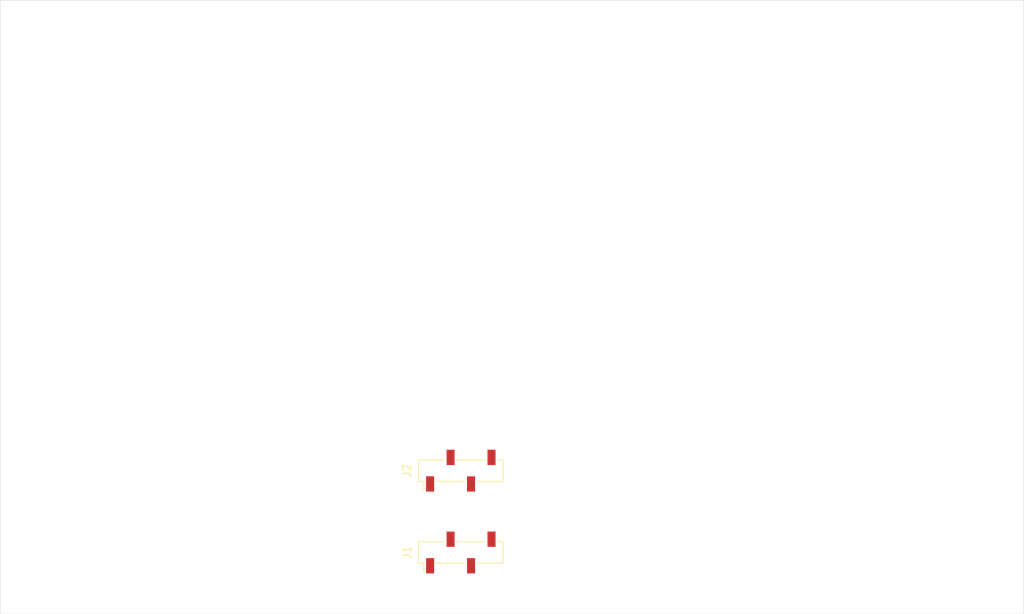
<source format=kicad_pcb>
(kicad_pcb (version 20240108) (generator "pcbnew") (generator_version "8.0")
  (layers (0 "F.Cu" signal) (31 "B.Cu" signal) (34 "B.Paste" user) (35 "F.Paste" user) (36 "B.SilkS" user "B.Silkscreen") (37 "F.SilkS" user "F.Silkscreen") (38 "B.Mask" user) (39 "F.Mask" user) (44 "Edge.Cuts" user))
  (net 0 "")
  (footprint "Connector_PinSocket_2.54mm:PinSocket_1x04_P2.54mm_Vertical_SMD_Pin1Left" (layer "F.Cu") (at 133.35 134.62 90)
    (property "Reference" "J2" (at 0 -6.68 270) (layer "F.SilkS"))
    (property "Value" "Conn_01x04_Socket")
    (fp_line (start 1.33 -5.24) (end 1.33 -2.03) (stroke (width 0.12)) (layer "F.SilkS"))
    (fp_line (start -1.33 -5.24) (end 1.33 -5.24) (stroke (width 0.12)) (layer "F.SilkS"))
    (fp_line (start -1.33 -5.24) (end -1.33 -4.57) (stroke (width 0.12)) (layer "F.SilkS"))
    (fp_line (start -2.54 -4.57) (end -1.33 -4.57) (stroke (width 0.12)) (layer "F.SilkS"))
    (fp_line (start -1.33 -3.05) (end -1.33 0.51) (stroke (width 0.12)) (layer "F.SilkS"))
    (fp_line (start 1.33 -0.51) (end 1.33 3.05) (stroke (width 0.12)) (layer "F.SilkS"))
    (fp_line (start -1.33 2.03) (end -1.33 5.24) (stroke (width 0.12)) (layer "F.SilkS"))
    (fp_line (start 1.33 4.57) (end 1.33 5.24) (stroke (width 0.12)) (layer "F.SilkS"))
    (fp_line (start -1.33 5.24) (end 1.33 5.24) (stroke (width 0.12)) (layer "F.SilkS"))
    (pad "1" smd rect (at -1.65 -3.81 90) (size 1.9 1) (layers "F.Cu" "F.Paste" "F.Mask"))
    (pad "2" smd rect (at 1.65 -1.27 90) (size 1.9 1) (layers "F.Cu" "F.Paste" "F.Mask"))
    (pad "3" smd rect (at -1.65 1.27 90) (size 1.9 1) (layers "F.Cu" "F.Paste" "F.Mask"))
    (pad "4" smd rect (at 1.65 3.81 90) (size 1.9 1) (layers "F.Cu" "F.Paste" "F.Mask"))
  )
  (footprint "Connector_PinSocket_2.54mm:PinSocket_1x04_P2.54mm_Vertical_SMD_Pin1Left" (layer "F.Cu") (at 133.35 144.78 90)
    (property "Reference" "J1" (at 0 -6.68 270) (layer "F.SilkS"))
    (property "Value" "Conn_01x04_Socket")
    (fp_line (start 1.33 -5.24) (end 1.33 -2.03) (stroke (width 0.12)) (layer "F.SilkS"))
    (fp_line (start -1.33 -5.24) (end 1.33 -5.24) (stroke (width 0.12)) (layer "F.SilkS"))
    (fp_line (start -1.33 -5.24) (end -1.33 -4.57) (stroke (width 0.12)) (layer "F.SilkS"))
    (fp_line (start -2.54 -4.57) (end -1.33 -4.57) (stroke (width 0.12)) (layer "F.SilkS"))
    (fp_line (start -1.33 -3.05) (end -1.33 0.51) (stroke (width 0.12)) (layer "F.SilkS"))
    (fp_line (start 1.33 -0.51) (end 1.33 3.05) (stroke (width 0.12)) (layer "F.SilkS"))
    (fp_line (start -1.33 2.03) (end -1.33 5.24) (stroke (width 0.12)) (layer "F.SilkS"))
    (fp_line (start 1.33 4.57) (end 1.33 5.24) (stroke (width 0.12)) (layer "F.SilkS"))
    (fp_line (start -1.33 5.24) (end 1.33 5.24) (stroke (width 0.12)) (layer "F.SilkS"))
    (pad "1" smd rect (at -1.65 -3.81 90) (size 1.9 1) (layers "F.Cu" "F.Paste" "F.Mask"))
    (pad "2" smd rect (at 1.65 -1.27 90) (size 1.9 1) (layers "F.Cu" "F.Paste" "F.Mask"))
    (pad "3" smd rect (at -1.65 1.27 90) (size 1.9 1) (layers "F.Cu" "F.Paste" "F.Mask"))
    (pad "4" smd rect (at 1.65 3.81 90) (size 1.9 1) (layers "F.Cu" "F.Paste" "F.Mask"))
  )
  (gr_rect (start 76.2 76.2) (end 203.2 152.4) (stroke (width 0.05)) (fill none) (layer "Edge.Cuts"))
)
</source>
